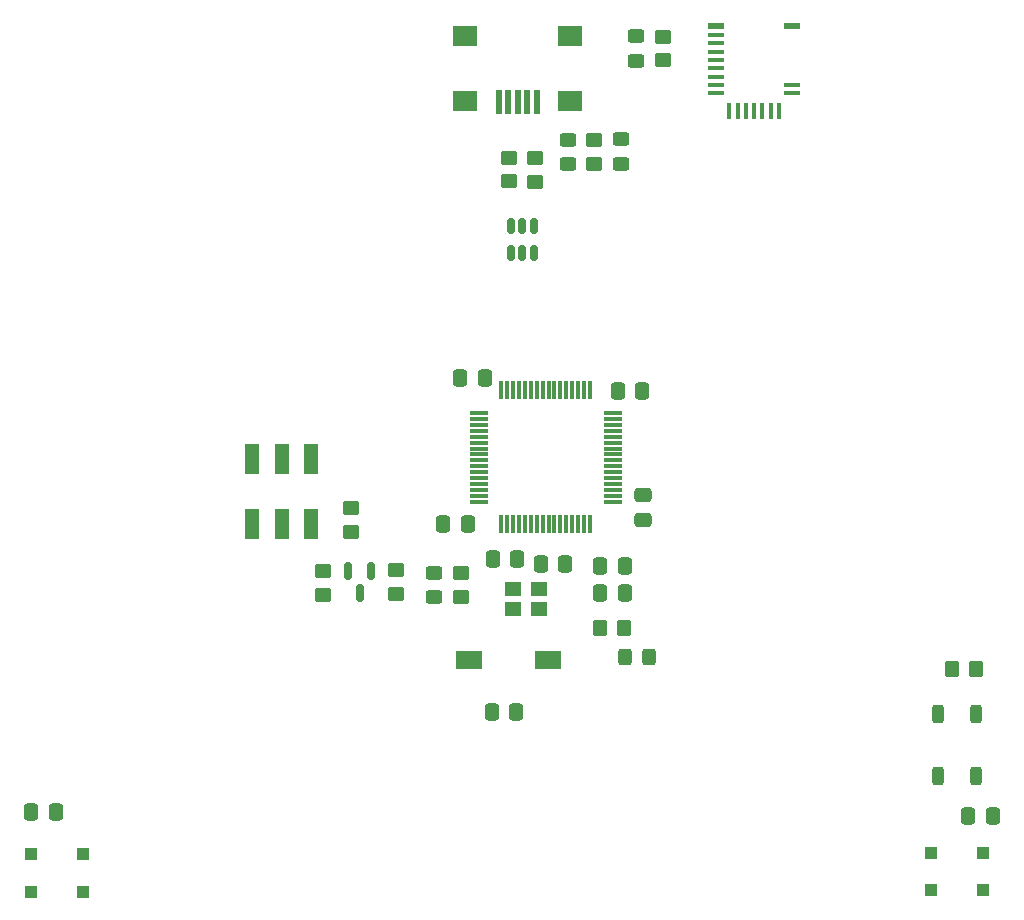
<source format=gbr>
%TF.GenerationSoftware,KiCad,Pcbnew,9.0.0*%
%TF.CreationDate,2025-05-06T13:44:15-06:00*%
%TF.ProjectId,2025_04_STM32F103_RobotBrain,32303235-5f30-4345-9f53-544d33324631,rev?*%
%TF.SameCoordinates,Original*%
%TF.FileFunction,Paste,Top*%
%TF.FilePolarity,Positive*%
%FSLAX46Y46*%
G04 Gerber Fmt 4.6, Leading zero omitted, Abs format (unit mm)*
G04 Created by KiCad (PCBNEW 9.0.0) date 2025-05-06 13:44:15*
%MOMM*%
%LPD*%
G01*
G04 APERTURE LIST*
G04 Aperture macros list*
%AMRoundRect*
0 Rectangle with rounded corners*
0 $1 Rounding radius*
0 $2 $3 $4 $5 $6 $7 $8 $9 X,Y pos of 4 corners*
0 Add a 4 corners polygon primitive as box body*
4,1,4,$2,$3,$4,$5,$6,$7,$8,$9,$2,$3,0*
0 Add four circle primitives for the rounded corners*
1,1,$1+$1,$2,$3*
1,1,$1+$1,$4,$5*
1,1,$1+$1,$6,$7*
1,1,$1+$1,$8,$9*
0 Add four rect primitives between the rounded corners*
20,1,$1+$1,$2,$3,$4,$5,0*
20,1,$1+$1,$4,$5,$6,$7,0*
20,1,$1+$1,$6,$7,$8,$9,0*
20,1,$1+$1,$8,$9,$2,$3,0*%
G04 Aperture macros list end*
%ADD10RoundRect,0.250000X-0.450000X0.350000X-0.450000X-0.350000X0.450000X-0.350000X0.450000X0.350000X0*%
%ADD11RoundRect,0.075000X0.075000X-0.700000X0.075000X0.700000X-0.075000X0.700000X-0.075000X-0.700000X0*%
%ADD12RoundRect,0.075000X0.700000X-0.075000X0.700000X0.075000X-0.700000X0.075000X-0.700000X-0.075000X0*%
%ADD13RoundRect,0.250000X0.450000X-0.350000X0.450000X0.350000X-0.450000X0.350000X-0.450000X-0.350000X0*%
%ADD14RoundRect,0.250000X-0.337500X-0.475000X0.337500X-0.475000X0.337500X0.475000X-0.337500X0.475000X0*%
%ADD15RoundRect,0.250000X0.450000X-0.325000X0.450000X0.325000X-0.450000X0.325000X-0.450000X-0.325000X0*%
%ADD16RoundRect,0.150000X-0.150000X0.587500X-0.150000X-0.587500X0.150000X-0.587500X0.150000X0.587500X0*%
%ADD17RoundRect,0.250000X-0.450000X0.325000X-0.450000X-0.325000X0.450000X-0.325000X0.450000X0.325000X0*%
%ADD18RoundRect,0.250000X-0.350000X-0.450000X0.350000X-0.450000X0.350000X0.450000X-0.350000X0.450000X0*%
%ADD19R,1.000000X1.000000*%
%ADD20RoundRect,0.250000X0.337500X0.475000X-0.337500X0.475000X-0.337500X-0.475000X0.337500X-0.475000X0*%
%ADD21RoundRect,0.250000X0.350000X0.450000X-0.350000X0.450000X-0.350000X-0.450000X0.350000X-0.450000X0*%
%ADD22R,1.400000X0.600000*%
%ADD23R,1.400000X0.400000*%
%ADD24R,0.400000X1.400000*%
%ADD25RoundRect,0.250000X-0.475000X0.337500X-0.475000X-0.337500X0.475000X-0.337500X0.475000X0.337500X0*%
%ADD26RoundRect,0.150000X-0.150000X0.512500X-0.150000X-0.512500X0.150000X-0.512500X0.150000X0.512500X0*%
%ADD27R,1.400000X1.200000*%
%ADD28R,2.300000X1.500000*%
%ADD29RoundRect,0.250000X0.325000X0.450000X-0.325000X0.450000X-0.325000X-0.450000X0.325000X-0.450000X0*%
%ADD30RoundRect,0.250000X-0.250000X0.525000X-0.250000X-0.525000X0.250000X-0.525000X0.250000X0.525000X0*%
%ADD31R,1.200000X2.500000*%
%ADD32R,0.500000X2.000000*%
%ADD33R,2.000000X1.700000*%
G04 APERTURE END LIST*
D10*
%TO.C,R2*%
X137680000Y-41715000D03*
X137680000Y-43715000D03*
%TD*%
D11*
%TO.C,U1*%
X136990000Y-72760000D03*
X137490000Y-72760000D03*
X137990000Y-72760000D03*
X138490000Y-72760000D03*
X138990000Y-72760000D03*
X139490000Y-72760000D03*
X139990000Y-72760000D03*
X140490000Y-72760000D03*
X140990000Y-72760000D03*
X141490000Y-72760000D03*
X141990000Y-72760000D03*
X142490000Y-72760000D03*
X142990000Y-72760000D03*
X143490000Y-72760000D03*
X143990000Y-72760000D03*
X144490000Y-72760000D03*
D12*
X146415000Y-70835000D03*
X146415000Y-70335000D03*
X146415000Y-69835000D03*
X146415000Y-69335000D03*
X146415000Y-68835000D03*
X146415000Y-68335000D03*
X146415000Y-67835000D03*
X146415000Y-67335000D03*
X146415000Y-66835000D03*
X146415000Y-66335000D03*
X146415000Y-65835000D03*
X146415000Y-65335000D03*
X146415000Y-64835000D03*
X146415000Y-64335000D03*
X146415000Y-63835000D03*
X146415000Y-63335000D03*
D11*
X144490000Y-61410000D03*
X143990000Y-61410000D03*
X143490000Y-61410000D03*
X142990000Y-61410000D03*
X142490000Y-61410000D03*
X141990000Y-61410000D03*
X141490000Y-61410000D03*
X140990000Y-61410000D03*
X140490000Y-61410000D03*
X139990000Y-61410000D03*
X139490000Y-61410000D03*
X138990000Y-61410000D03*
X138490000Y-61410000D03*
X137990000Y-61410000D03*
X137490000Y-61410000D03*
X136990000Y-61410000D03*
D12*
X135065000Y-63335000D03*
X135065000Y-63835000D03*
X135065000Y-64335000D03*
X135065000Y-64835000D03*
X135065000Y-65335000D03*
X135065000Y-65835000D03*
X135065000Y-66335000D03*
X135065000Y-66835000D03*
X135065000Y-67335000D03*
X135065000Y-67835000D03*
X135065000Y-68335000D03*
X135065000Y-68835000D03*
X135065000Y-69335000D03*
X135065000Y-69835000D03*
X135065000Y-70335000D03*
X135065000Y-70835000D03*
%TD*%
D13*
%TO.C,R9*%
X121900000Y-78700000D03*
X121900000Y-76700000D03*
%TD*%
%TO.C,R3*%
X139860000Y-43735000D03*
X139860000Y-41735000D03*
%TD*%
D14*
%TO.C,C12*%
X97200000Y-97150000D03*
X99275000Y-97150000D03*
%TD*%
D15*
%TO.C,D4*%
X148410000Y-33500000D03*
X148410000Y-31450000D03*
%TD*%
D16*
%TO.C,Q1*%
X125950000Y-76725000D03*
X124050000Y-76725000D03*
X125000000Y-78600000D03*
%TD*%
D17*
%TO.C,D3*%
X131330000Y-76860000D03*
X131330000Y-78910000D03*
%TD*%
D18*
%TO.C,R5*%
X145347500Y-81570000D03*
X147347500Y-81570000D03*
%TD*%
D19*
%TO.C,LED1*%
X97150000Y-100700000D03*
X97150000Y-103900000D03*
X101550000Y-103900000D03*
X101550000Y-100700000D03*
%TD*%
D17*
%TO.C,F1*%
X142670000Y-40210000D03*
X142670000Y-42260000D03*
%TD*%
D20*
%TO.C,C9*%
X138337500Y-75730000D03*
X136262500Y-75730000D03*
%TD*%
D13*
%TO.C,R10*%
X128100000Y-78632500D03*
X128100000Y-76632500D03*
%TD*%
D21*
%TO.C,R8*%
X177150000Y-85000000D03*
X175150000Y-85000000D03*
%TD*%
D22*
%TO.C,MDBT42T-AT1*%
X155200000Y-30540000D03*
D23*
X155200000Y-31340000D03*
X155200000Y-32040000D03*
X155200000Y-32740000D03*
X155200000Y-33440000D03*
X155200000Y-34140000D03*
X155200000Y-34840000D03*
X155200000Y-35540000D03*
X155200000Y-36240000D03*
D24*
X156300000Y-37740000D03*
X157000000Y-37740000D03*
X157700000Y-37740000D03*
X158400000Y-37740000D03*
X159100000Y-37740000D03*
X159800000Y-37740000D03*
X160500000Y-37740000D03*
D23*
X161600000Y-36240000D03*
X161600000Y-35540000D03*
D22*
X161600000Y-30540000D03*
%TD*%
D20*
%TO.C,C2*%
X135577500Y-60340000D03*
X133502500Y-60340000D03*
%TD*%
D10*
%TO.C,R6*%
X133600000Y-76885000D03*
X133600000Y-78885000D03*
%TD*%
D13*
%TO.C,R7*%
X150640000Y-33475000D03*
X150640000Y-31475000D03*
%TD*%
D25*
%TO.C,C4*%
X148960000Y-70302500D03*
X148960000Y-72377500D03*
%TD*%
D26*
%TO.C,U2*%
X139730000Y-47510000D03*
X138780000Y-47510000D03*
X137830000Y-47510000D03*
X137830000Y-49785000D03*
X138780000Y-49785000D03*
X139730000Y-49785000D03*
%TD*%
D14*
%TO.C,C5*%
X145352500Y-76290000D03*
X147427500Y-76290000D03*
%TD*%
D27*
%TO.C,Y2*%
X137952500Y-79920000D03*
X140152500Y-79920000D03*
X140152500Y-78220000D03*
X137952500Y-78220000D03*
%TD*%
D28*
%TO.C,SW1*%
X134220000Y-84280000D03*
X140920000Y-84280000D03*
%TD*%
D14*
%TO.C,C6*%
X145352500Y-78580000D03*
X147427500Y-78580000D03*
%TD*%
D29*
%TO.C,D2*%
X149492500Y-83950000D03*
X147442500Y-83950000D03*
%TD*%
D20*
%TO.C,C1*%
X134137500Y-72690000D03*
X132062500Y-72690000D03*
%TD*%
D19*
%TO.C,LED2*%
X177760000Y-103740000D03*
X177760000Y-100540000D03*
X173360000Y-100540000D03*
X173360000Y-103740000D03*
%TD*%
D14*
%TO.C,C8*%
X140312500Y-76140000D03*
X142387500Y-76140000D03*
%TD*%
D10*
%TO.C,R1*%
X124300000Y-71400000D03*
X124300000Y-73400000D03*
%TD*%
D14*
%TO.C,C3*%
X146862500Y-61450000D03*
X148937500Y-61450000D03*
%TD*%
D30*
%TO.C,SW2*%
X177200000Y-88835000D03*
X177200000Y-94085000D03*
X174000000Y-88835000D03*
X174000000Y-94085000D03*
%TD*%
D15*
%TO.C,D1*%
X147160000Y-42210000D03*
X147160000Y-40160000D03*
%TD*%
D31*
%TO.C,S1*%
X115900000Y-72750000D03*
X118400000Y-72750000D03*
X120900000Y-72750000D03*
X115900000Y-67250000D03*
X118400000Y-67250000D03*
X120900000Y-67250000D03*
%TD*%
D20*
%TO.C,C11*%
X178587500Y-97450000D03*
X176512500Y-97450000D03*
%TD*%
D32*
%TO.C,J1*%
X139980000Y-37000000D03*
X139180000Y-37000000D03*
X138380000Y-37000000D03*
X137580000Y-37000000D03*
X136780000Y-37000000D03*
D33*
X142830000Y-36900000D03*
X142830000Y-31450000D03*
X133930000Y-36900000D03*
X133930000Y-31450000D03*
%TD*%
D20*
%TO.C,C7*%
X138247500Y-88630000D03*
X136172500Y-88630000D03*
%TD*%
D13*
%TO.C,R4*%
X144880000Y-42215000D03*
X144880000Y-40215000D03*
%TD*%
M02*

</source>
